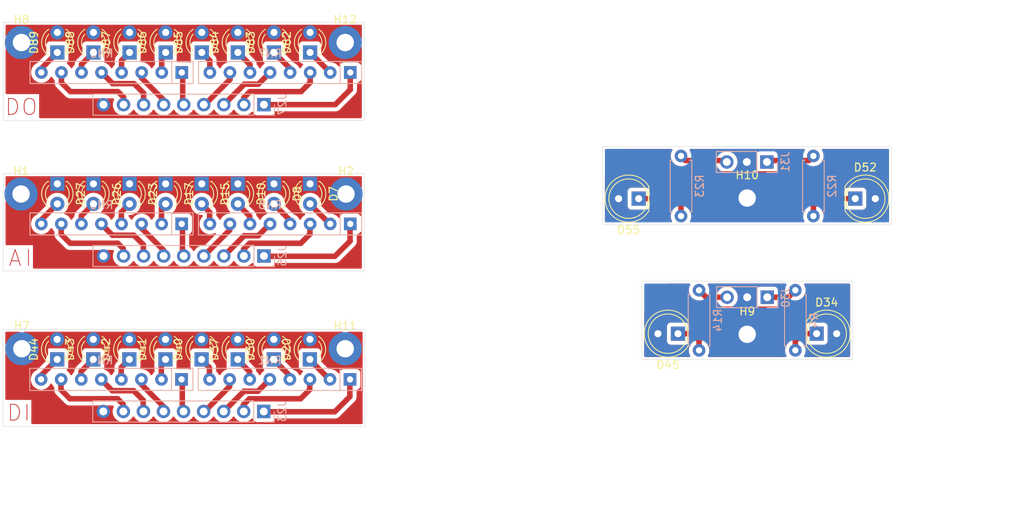
<source format=kicad_pcb>
(kicad_pcb
	(version 20240108)
	(generator "pcbnew")
	(generator_version "8.0")
	(general
		(thickness 1.6)
		(legacy_teardrops no)
	)
	(paper "A4")
	(layers
		(0 "F.Cu" signal)
		(1 "In1.Cu" signal)
		(2 "In2.Cu" signal)
		(31 "B.Cu" signal)
		(32 "B.Adhes" user "B.Adhesive")
		(33 "F.Adhes" user "F.Adhesive")
		(34 "B.Paste" user)
		(35 "F.Paste" user)
		(36 "B.SilkS" user "B.Silkscreen")
		(37 "F.SilkS" user "F.Silkscreen")
		(38 "B.Mask" user)
		(39 "F.Mask" user)
		(40 "Dwgs.User" user "User.Drawings")
		(41 "Cmts.User" user "User.Comments")
		(42 "Eco1.User" user "User.Eco1")
		(43 "Eco2.User" user "User.Eco2")
		(44 "Edge.Cuts" user)
		(45 "Margin" user)
		(46 "B.CrtYd" user "B.Courtyard")
		(47 "F.CrtYd" user "F.Courtyard")
		(48 "B.Fab" user)
		(49 "F.Fab" user)
		(50 "User.1" user)
		(51 "User.2" user)
		(52 "User.3" user)
		(53 "User.4" user)
		(54 "User.5" user)
		(55 "User.6" user)
		(56 "User.7" user)
		(57 "User.8" user)
		(58 "User.9" user)
	)
	(setup
		(stackup
			(layer "F.SilkS"
				(type "Top Silk Screen")
			)
			(layer "F.Paste"
				(type "Top Solder Paste")
			)
			(layer "F.Mask"
				(type "Top Solder Mask")
				(thickness 0.01)
			)
			(layer "F.Cu"
				(type "copper")
				(thickness 0.035)
			)
			(layer "dielectric 1"
				(type "prepreg")
				(thickness 0.1)
				(material "FR4")
				(epsilon_r 4.5)
				(loss_tangent 0.02)
			)
			(layer "In1.Cu"
				(type "copper")
				(thickness 0.035)
			)
			(layer "dielectric 2"
				(type "core")
				(thickness 1.24)
				(material "FR4")
				(epsilon_r 4.5)
				(loss_tangent 0.02)
			)
			(layer "In2.Cu"
				(type "copper")
				(thickness 0.035)
			)
			(layer "dielectric 3"
				(type "prepreg")
				(thickness 0.1)
				(material "FR4")
				(epsilon_r 4.5)
				(loss_tangent 0.02)
			)
			(layer "B.Cu"
				(type "copper")
				(thickness 0.035)
			)
			(layer "B.Mask"
				(type "Bottom Solder Mask")
				(thickness 0.01)
			)
			(layer "B.Paste"
				(type "Bottom Solder Paste")
			)
			(layer "B.SilkS"
				(type "Bottom Silk Screen")
				(color "Red")
			)
			(copper_finish "None")
			(dielectric_constraints no)
		)
		(pad_to_mask_clearance 0)
		(allow_soldermask_bridges_in_footprints no)
		(pcbplotparams
			(layerselection 0x0001000_fffffff9)
			(plot_on_all_layers_selection 0x0000000_00000000)
			(disableapertmacros no)
			(usegerberextensions no)
			(usegerberattributes yes)
			(usegerberadvancedattributes yes)
			(creategerberjobfile yes)
			(dashed_line_dash_ratio 12.000000)
			(dashed_line_gap_ratio 3.000000)
			(svgprecision 4)
			(plotframeref no)
			(viasonmask no)
			(mode 1)
			(useauxorigin no)
			(hpglpennumber 1)
			(hpglpenspeed 20)
			(hpglpendiameter 15.000000)
			(pdf_front_fp_property_popups yes)
			(pdf_back_fp_property_popups yes)
			(dxfpolygonmode yes)
			(dxfimperialunits yes)
			(dxfusepcbnewfont yes)
			(psnegative no)
			(psa4output no)
			(plotreference yes)
			(plotvalue yes)
			(plotfptext yes)
			(plotinvisibletext no)
			(sketchpadsonfab no)
			(subtractmaskfromsilk no)
			(outputformat 1)
			(mirror no)
			(drillshape 0)
			(scaleselection 1)
			(outputdirectory "export/")
		)
	)
	(net 0 "")
	(net 1 "Net-(D45-K)")
	(net 2 "Net-(D7-A)")
	(net 3 "Net-(D8-A)")
	(net 4 "Net-(D10-A)")
	(net 5 "Net-(D15-A)")
	(net 6 "Net-(D17-A)")
	(net 7 "Net-(D23-A)")
	(net 8 "Net-(D26-A)")
	(net 9 "Net-(D27-A)")
	(net 10 "Net-(D82-K)")
	(net 11 "Net-(D83-K)")
	(net 12 "Net-(D84-K)")
	(net 13 "Net-(D85-K)")
	(net 14 "Net-(D86-K)")
	(net 15 "Net-(D87-K)")
	(net 16 "Net-(D88-K)")
	(net 17 "Net-(D89-K)")
	(net 18 "Net-(J25-Pin_8)")
	(net 19 "Net-(J25-Pin_5)")
	(net 20 "Net-(J25-Pin_7)")
	(net 21 "Net-(J25-Pin_2)")
	(net 22 "Net-(J25-Pin_6)")
	(net 23 "Net-(J25-Pin_1)")
	(net 24 "Net-(J25-Pin_4)")
	(net 25 "Net-(J25-Pin_3)")
	(net 26 "Net-(J27-Pin_4)")
	(net 27 "Net-(J27-Pin_8)")
	(net 28 "Net-(J27-Pin_1)")
	(net 29 "Net-(J27-Pin_5)")
	(net 30 "Net-(J27-Pin_6)")
	(net 31 "Net-(J27-Pin_7)")
	(net 32 "Net-(J27-Pin_3)")
	(net 33 "Net-(J27-Pin_2)")
	(net 34 "Net-(D20-K)")
	(net 35 "Net-(D30-K)")
	(net 36 "Net-(D37-K)")
	(net 37 "Net-(D40-K)")
	(net 38 "Net-(D41-K)")
	(net 39 "Net-(D42-K)")
	(net 40 "Net-(D43-K)")
	(net 41 "Net-(D44-K)")
	(net 42 "Net-(J23-Pin_1)")
	(net 43 "Net-(J23-Pin_5)")
	(net 44 "Net-(J23-Pin_3)")
	(net 45 "Net-(J23-Pin_2)")
	(net 46 "Net-(J23-Pin_8)")
	(net 47 "Net-(J23-Pin_7)")
	(net 48 "Net-(J23-Pin_4)")
	(net 49 "Net-(J23-Pin_6)")
	(net 50 "Net-(D34-K)")
	(net 51 "Net-(D52-K)")
	(net 52 "Net-(D55-K)")
	(net 53 "Net-(J30-Pin_3)")
	(net 54 "Net-(J30-Pin_1)")
	(net 55 "Net-(J31-Pin_3)")
	(net 56 "Net-(J31-Pin_1)")
	(net 57 "/8x-LED-common-cathode_external/COM")
	(net 58 "/2x-LED-common-anode_external_1/COM")
	(net 59 "/2x-LED-common-anode_external_/COM")
	(net 60 "/8x-LED-common-anode_external1/COM")
	(net 61 "/8x-LED-common-anode_external/COM")
	(footprint "LED_THT:LED_D3.0mm_IRGrey" (layer "F.Cu") (at 161.56615 49.62315 90))
	(footprint "LED_THT:LED_D3.0mm_IRGrey" (layer "F.Cu") (at 143.27815 66.27185 -90))
	(footprint "LED_THT:LED_D3.0mm_IRGrey" (layer "F.Cu") (at 152.42215 49.62315 90))
	(footprint "LED_THT:LED_D3.0mm_IRGrey" (layer "F.Cu") (at 175.28215 66.27185 -90))
	(footprint "LED_THT:LED_D3.0mm_IRGrey" (layer "F.Cu") (at 170.71015 66.27185 -90))
	(footprint "LED_THT:LED_D3.0mm_IRGrey" (layer "F.Cu") (at 166.13815 49.62315 90))
	(footprint "LED_THT:LED_D3.0mm_IRGrey" (layer "F.Cu") (at 156.972 88.529 90))
	(footprint "LED_THT:LED_D3.0mm_IRGrey" (layer "F.Cu") (at 143.27815 49.62315 90))
	(footprint "LED_THT:LED_D5.0mm_IRGrey" (layer "F.Cu") (at 216.889 68.15 180))
	(footprint "custom-footprints1:MountingHole_2.2mm_NPTH-with-pad" (layer "F.Cu") (at 138.7856 87.1728))
	(footprint "LED_THT:LED_D3.0mm_IRGrey" (layer "F.Cu") (at 166.13815 66.27185 -90))
	(footprint "LED_THT:LED_D5.0mm_IRGrey" (layer "F.Cu") (at 244.316 68.15))
	(footprint "custom-footprints1:MountingHole_2.2mm_NPTH-with-pad" (layer "F.Cu") (at 179.832 67.564))
	(footprint "LED_THT:LED_D3.0mm_IRGrey" (layer "F.Cu") (at 147.85015 49.62315 90))
	(footprint "custom-footprints1:MountingHole_2.2mm_NPTH-with-pad" (layer "F.Cu") (at 138.684 67.564))
	(footprint "LED_THT:LED_D3.0mm_IRGrey" (layer "F.Cu") (at 147.828 88.524 90))
	(footprint "LED_THT:LED_D3.0mm_IRGrey" (layer "F.Cu") (at 152.4 88.524 90))
	(footprint "LED_THT:LED_D3.0mm_IRGrey" (layer "F.Cu") (at 143.256 88.524 90))
	(footprint "custom-footprints1:MountingHole_2.2mm_NPTH-with-pad" (layer "F.Cu") (at 230.632 85.344))
	(footprint "LED_THT:LED_D3.0mm_IRGrey" (layer "F.Cu") (at 156.99415 49.62315 90))
	(footprint "LED_THT:LED_D3.0mm_IRGrey" (layer "F.Cu") (at 170.71015 49.62315 90))
	(footprint "LED_THT:LED_D3.0mm_IRGrey" (layer "F.Cu") (at 161.544 88.529 90))
	(footprint "custom-footprints1:MountingHole_2.2mm_NPTH-with-pad" (layer "F.Cu") (at 179.7304 48.3616))
	(footprint "custom-footprints1:MountingHole_2.2mm_NPTH-with-pad" (layer "F.Cu") (at 138.7348 48.3616))
	(footprint "LED_THT:LED_D3.0mm_IRGrey" (layer "F.Cu") (at 156.99415 66.27185 -90))
	(footprint "LED_THT:LED_D3.0mm_IRGrey" (layer "F.Cu") (at 161.56615 66.27185 -90))
	(footprint "custom-footprints1:MountingHole_2.2mm_NPTH-with-pad" (layer "F.Cu") (at 179.7304 87.1728))
	(footprint "LED_THT:LED_D5.0mm_IRGrey" (layer "F.Cu") (at 221.869 85.266 180))
	(footprint "LED_THT:LED_D3.0mm_IRGrey" (layer "F.Cu") (at 166.116 88.529 90))
	(footprint "LED_THT:LED_D3.0mm_IRGrey" (layer "F.Cu") (at 152.42215 66.27185 -90))
	(footprint "LED_THT:LED_D3.0mm_IRGrey" (layer "F.Cu") (at 170.688 88.529 90))
	(footprint "LED_THT:LED_D3.0mm_IRGrey" (layer "F.Cu") (at 147.85015 66.27185 -90))
	(footprint "LED_THT:LED_D3.0mm_IRGrey" (layer "F.Cu") (at 175.28215 49.62315 90))
	(footprint "LED_THT:LED_D3.0mm_IRGrey" (layer "F.Cu") (at 175.26 88.524 90))
	(footprint "custom-footprints1:MountingHole_2.2mm_NPTH-with-pad" (layer "F.Cu") (at 230.632 68.072))
	(footprint "LED_THT:LED_D5.0mm_IRGrey" (layer "F.Cu") (at 239.422 85.266))
	(footprint "Connector_PinHeader_2.54mm:PinHeader_1x09_P2.54mm_Vertical" (layer "B.Cu") (at 169.44015 75.41585 90))
	(footprint "Connector_PinHeader_2.54mm:PinHeader_1x09_P2.54mm_Vertical" (layer "B.Cu") (at 169.44015 56.23885 90))
	(footprint "Resistor_THT:R_Array_SIP8" (layer "B.Cu") (at 180.37215 52.15815 180))
	(footprint "Resistor_THT:R_Axial_DIN0207_L6.3mm_D2.5mm_P7.62mm_Horizontal" (layer "B.Cu") (at 236.728 87.376 90))
	(footprint "Resistor_THT:R_Axial_DIN0207_L6.3mm_D2.5mm_P7.62mm_Horizontal"
		(layer "B.Cu")
		(uuid "48e705f1-04d1-499c-a015-bea056864ff5")
		(at 222.25 70.358 90)
		(descr "Resistor, Axial_DIN0207 series, Axial, Horizontal, pin pitch=7.62mm, 0.25W = 1/4W, length*diameter=6.3*2.5mm^2, http://cdn-reichelt.de/documents/datenblatt/B400/1_4W%23YAG.pdf")
		(tags "Resistor Axial_DIN0207 series Axial Horizontal pin pitch 7.62mm 0.25W = 1/4W length 6.3mm diameter 2.5mm")
		(property "Reference" "R23"
			(at 3.81 2.37 90)
			(layer "B.SilkS")
			(uuid "b7d6289d-624d-46f1-a5f7-47410efc56bf")
			(effects
				(font
					(size 1 1)
					(thickness 0.15)
				)
				(justify mirror)
			)
		)
		(property "Value" "15"
			(at 3.81 -2.37 90)
			(layer "B.Fab")
			(uuid "a4584aee-efc1-4ac1-9342-db311898dfbf")
			(effects
				(font
					(size 1 1)
					(thickness 0.15)
				)
				(justify mirror)
			)
		)
		(property "Footprint" "Resistor_THT:R_Axial_DIN0207_L6.3mm_D2.5mm_P7.62mm_Horizontal"
			(at 0 0 -90)
			(unlocked yes)
			(layer "B.Fab")
			(hide yes)
			(uuid "5e477f4b-865a-4fd2-ad29-2ac4a1bb78dc")
			(effects
				(font
					(size 1.27 1.27)
					(thickness 0.15)
				)
				(justify mirror)
			)
		)
		(property "Datasheet" "https://www.reichelt.com/be/en/shop/product/metal_film_resistor_15_0_ohm-11521"
			(at 0 0 -90)
			(unlocked yes)
			(layer "B.Fab")
			(hide yes)
			(uuid "81e2b893-d45c-4cc8-ac21-2af58dec836b")
			(effects
				(font
					(size 1.27 1.27)
					(thickness 0.15)
				)
				(justify mirror)
			)
		)
		(property "Description" "Resistor"
			(at 0 0 -90)
			(unlocked yes)
			(layer "B.Fab")
			(hide yes)
			(uuid "435b4c62-a648-47d9-b384-4e287af7c238")
			(effects
				(font
					(size 1.27 1.27)
					(thickness 0.15)
				)
				(justify mirror)
			)
		)
		(property ki_fp_filters "R_*")
		(path "/e1399958-d9c3-43df-a215-5532faee4f75/f52e3861-7b08-40ea-b759-1ae8818b4a78")
		(sheetname "2x-LED-common-anode_external_")
		(sheetfile "2x-LED-common-anode_external.kicad_sch")
		(attr through_hole)
		(fp_line
			(start 7.08 -1.37)
			(end 0.54 -1.37)
			(stroke
				(width 0.12)
				(type solid)
			)
			(layer "B.SilkS")
			(uuid "68921f85-e56c-4e9c-93f9-0bfd4d57ea3a")
		)
		(fp_line
			(start 0.54 -1.37)
			(end 0.54 -1.04)
			(stroke
				(width 0.12)
				(type solid)
			)
			(layer "B.SilkS")
			(uuid "acc0ac9c-e140-4abf-ae39-a9e08cb485f9")
		)
		(fp_line
			(start 7.08 -1.04)
			(end 7.08 -1.37)
			(stroke
				(width 0.12)
				(type solid)
			)
			(layer "B.SilkS")
			(uuid "ff83b509-93db-469c-b249-4b1464a6c44c")
		)
		(fp_line
			(start 7.08 1.04)
			(end 7.08 1.37)
			(stroke
				(width 0.12)
				(type solid)
			)
			(layer "B.SilkS")
			(uuid "d2fe6ee6-9cb5-4dee-9271-2ab28338be86")
		)
		(fp_line
			(start 7.08 1.37)
			(end 0.54 1.37)
			(stroke
				(width 0.12)
				(type solid)
			)
			(layer "B.SilkS")
			(uuid "700fdb11-b917-40c8-b14e-5447ce4cbd11")
		)
		(fp_line
			(start 0.54 1.37)
			(end 0.54 1.04)
			(stroke
				(width 0.12)
				(type solid)
			)
			(layer "B.SilkS")
			(uuid "15d96b4c-daa2-42b0-afe5-d1c0fc97b154")
		)
		(fp_line
			(start 8.67 -1.5)
			(end -1.05 -1.5)
			(stroke
				(width 0.05)
				(type solid)
			)
			(layer "B.CrtYd")
			(uuid "2fe7da9e-1071-4cf5-ad1f-b57dfd4ef831")
		)
		(fp_line
			(start -1.05 -1.5)
			(end -1.05 1.5)
			(stroke
				(width 0.05)
				(type solid)
			)
			(layer "B.CrtYd")
			(uuid "c661ef03-28e9-442a-9048-3eab231b6cd6")
		)
		(fp_line
			(start 8.67 1.5)
			(end 8.67 -1.5)
			(stroke
				(width 0.05)
				(type solid)
			)
			(layer "B.CrtYd")
			(uuid "7154b517-a79f-4eed-ae0c-dff34afc26af")
		)
		(fp_line
			(start -1.05 1.5)
			(end 8.67 1.5)
			(stroke
				(width 0.05)
				(type solid)
			)
			(layer "B.CrtYd")
			(uuid "32bfdb02-aa72-4712-be06-5fef254af61d")
		)
		(fp_line
			(start 6.96 -1.25)
			(end 0.66 -1.25)
			(stroke
				(width 0.1)
				(type solid)
			)
			(layer "B.Fab")
			(uuid "54c621b4-88ad-49f5-9ae4-79fbc6774033")
		)
		(fp_line
			(start 0.66 -1.25)
			(end 0.66 1.25)
			(stroke
				(width 0.1)
				(type solid)
			)
			(layer "B.Fab")
			(uuid "7b0d40e7-6a81-4dd4-8f7b-448c3126c09a")
		)
		(fp_line
			(start 6.96 0)
			(end 7.62 0)
			(stroke
				(width 0.1)
				(type solid)
			)
			(layer "B.Fab")
			(uuid "5eea79f2-71ba-4f77-8158-e1bc0e62a6e1")
		)
		(fp_line
			(start 0.66 0)
			(end 0 0)
			(stroke
				(width 0.1)
				(type solid)
			)
			(layer "B.Fab")
			(uuid
... [251402 chars truncated]
</source>
